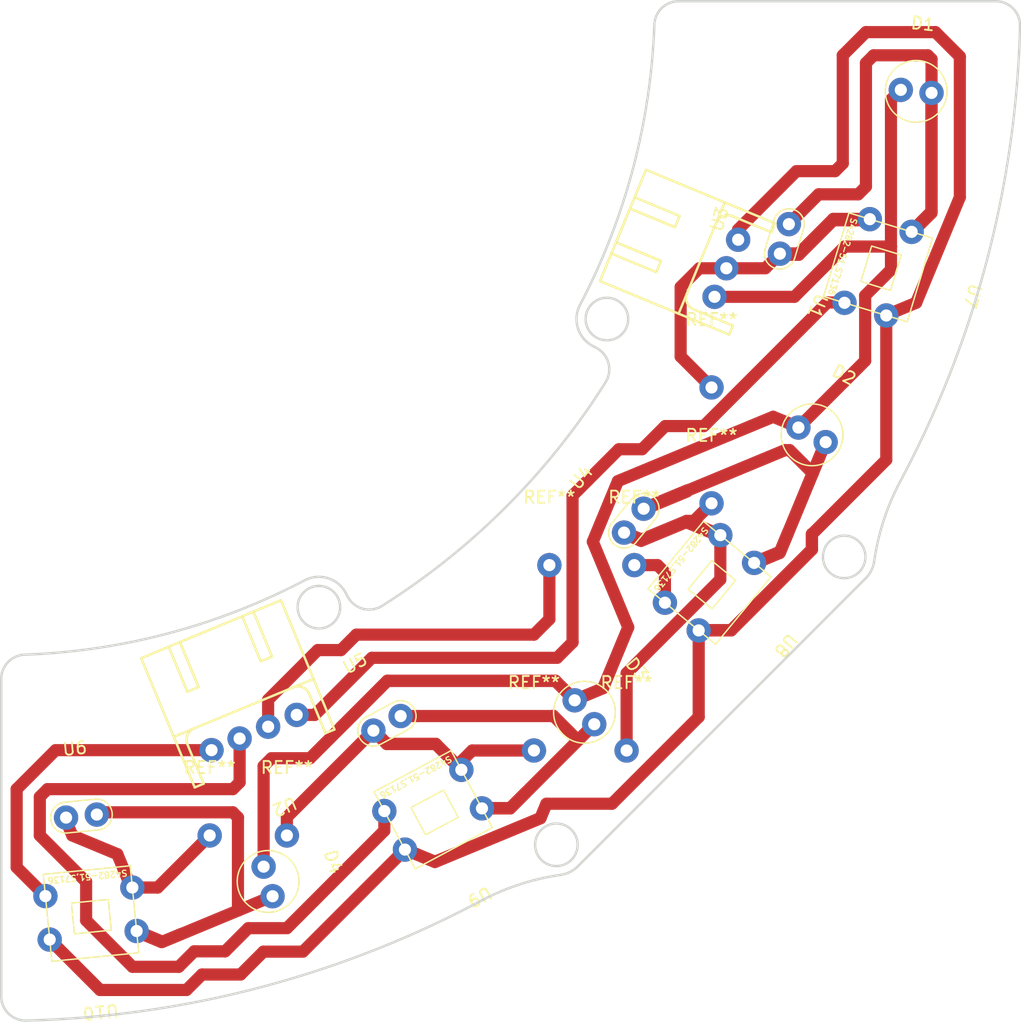
<source format=kicad_pcb>
(kicad_pcb (version 20211014) (generator pcbnew)
  (layers (0 "F.Cu" signal) (31 "B.Cu" signal) (34 "B.Paste" user) (35 "F.Paste" user) (36 "B.SilkS" user "B.Silkscreen") (37 "F.SilkS" user "F.Silkscreen") (38 "B.Mask" user) (39 "F.Mask" user) (44 "Edge.Cuts" user))
  (net 0 "")
  (net 1 "LINE_LED")
  (net 2 "Net-(D1-Pad2)")
  (net 3 "Net-(D2-Pad2)")
  (net 4 "Net-(D3-Pad2)")
  (net 5 "Net-(D4-Pad2)")
  (net 6 "GND")
  (net 7 "+3V3")
  (net 8 "S0")
  (net 9 "S1")
  (net 10 "S2")
  (net 11 "S3")
  (footprint "自分のフットプリント:セラミックコンデンサー" (layer "F.Cu") (at 59.550397 18.064416 73.125)
    (fp_text reference "U3" (at 0 -0.5 73.125 unlocked) (layer "F.SilkS"))
    (fp_text value "セラミックコンデンサー")
    (fp_line (start -1.27 3.81) (end 1.27 3.81) (layer "F.SilkS") (width 0.12))
    (fp_line (start -1.27 6.35) (end 1.27 6.35) (layer "F.SilkS") (width 0.12))
    (fp_arc (start -1.27 6.35) (mid -2.54 5.08) (end -1.27 3.81) (layer "F.SilkS") (width 0.12))
    (fp_arc (start 1.27 3.81) (mid 2.54 5.079999) (end 1.27 6.35) (layer "F.SilkS") (width 0.12))
    (pad "1" thru_hole circle (at -1.27 5.08 73.125) (size 2 2) (drill 1) (layers *.Cu *.Mask) (net 7 "+3V3"))
    (pad "2" thru_hole circle (at 1.27 5.08 73.125) (size 2 2) (drill 1) (layers *.Cu *.Mask) (net 2 "Net-(D1-Pad2)"))
  )
  (footprint "自分のフットプリント:ジャンパ線" (layer "F.Cu") (at 23.495 63.5)
    (fp_text reference "REF**" (at 0 -0.5 unlocked) (layer "F.SilkS"))
    (fp_text value "ジャンパ線")
    (pad "1" thru_hole circle (at 0 5.08) (size 2 2) (drill 1) (layers *.Cu *.Mask))
  )
  (footprint "自分のフットプリント:LED" (layer "F.Cu") (at 51.896574 55.228507 -50.625)
    (fp_text reference "D3" (at 0 -0.5 -50.625 unlocked) (layer "F.SilkS"))
    (fp_text value "LED")
    (fp_circle (center 0 5.08) (end 0 2.54) (layer "F.SilkS") (width 0.12) (fill none))
    (pad "1" thru_hole circle (at -1.27 5.08 309.375) (size 2 2) (drill 1) (layers *.Cu *.Mask) (net 1 "LINE_LED"))
    (pad "2" thru_hole circle (at 1.27 5.08 309.375) (size 2 2) (drill 1) (layers *.Cu *.Mask) (net 4 "Net-(D3-Pad2)"))
  )
  (footprint "自分のフットプリント:セラミックコンデンサー" (layer "F.Cu") (at 48.10444 39.478294 50.625)
    (fp_text reference "U4" (at 0 -0.5 50.625 unlocked) (layer "F.SilkS"))
    (fp_text value "セラミックコンデンサー")
    (fp_line (start -1.27 6.35) (end 1.27 6.35) (layer "F.SilkS") (width 0.12))
    (fp_line (start -1.27 3.81) (end 1.27 3.81) (layer "F.SilkS") (width 0.12))
    (fp_arc (start 1.27 3.81) (mid 2.54 5.08) (end 1.27 6.35) (layer "F.SilkS") (width 0.12))
    (fp_arc (start -1.27 6.35) (mid -2.54 5.080001) (end -1.27 3.81) (layer "F.SilkS") (width 0.12))
    (pad "1" thru_hole circle (at -1.27 5.08 50.625) (size 2 2) (drill 1) (layers *.Cu *.Mask) (net 7 "+3V3"))
    (pad "2" thru_hole circle (at 1.27 5.08 50.625) (size 2 2) (drill 1) (layers *.Cu *.Mask) (net 3 "Net-(D2-Pad2)"))
  )
  (footprint "自分のフットプリント:L字コネクター3ピン" (layer "F.Cu") (at 66.678328 24.869792 -112.5)
    (fp_text reference "U1" (at 0 -0.5 -112.5 unlocked) (layer "F.SilkS"))
    (fp_text value "コネクター3ピン")
    (fp_line (start -4.15 5.319999) (end -4.95 5.319999) (layer "F.SilkS") (width 0.2))
    (fp_line (start -2.5 12.82) (end -2.5 16.82) (layer "F.SilkS") (width 0.2))
    (fp_line (start 4.15 5.32) (end 4.95 5.32) (layer "F.SilkS") (width 0.2))
    (fp_line (start 4.15 9.82) (end 3.15 9.82) (layer "F.SilkS") (width 0.2))
    (fp_line (start 1.5 12.82) (end 2.5 12.82) (layer "F.SilkS") (width 0.2))
    (fp_line (start -4.95 16.82) (end -2.5 16.82) (layer "F.SilkS") (width 0.2))
    (fp_line (start -4.15 8.82) (end -4.15 5.319999) (layer "F.SilkS") (width 0.2))
    (fp_line (start 2.5 12.82) (end 2.5 16.82) (layer "F.SilkS") (width 0.2))
    (fp_line (start -1.5 16.82) (end 1.5 16.82) (layer "F.SilkS") (width 0.2))
    (fp_line (start 4.95 9.82) (end 4.15 9.82) (layer "F.SilkS") (width 0.2))
    (fp_line (start 4.95 5.32) (end 4.95 9.82) (layer "F.SilkS") (width 0.2))
    (fp_line (start -4.95 9.82) (end -4.95 16.82) (layer "F.SilkS") (width 0.2))
    (fp_line (start 4.95 16.82) (end 4.95 9.82) (layer "F.SilkS") (width 0.2))
    (fp_line (start 4.15 8.82) (end 4.15 5.32) (layer "F.SilkS") (width 0.2))
    (fp_line (start 1.5 16.82) (end 1.5 12.82) (layer "F.SilkS") (width 0.2))
    (fp_line (start -4.95 5.319999) (end -4.95 9.82) (layer "F.SilkS") (width 0.2))
    (fp_line (start 2.5 16.82) (end 4.95 16.82) (layer "F.SilkS") (width 0.2))
    (fp_line (start -1.5 16.82) (end 1.5 16.82) (layer "F.SilkS") (width 0.2))
    (fp_line (start -4.95 9.82) (end -3.15 9.82) (layer "F.SilkS") (width 0.2))
    (fp_line (start -1.5 16.82) (end -1.5 12.82) (layer "F.SilkS") (width 0.2))
    (fp_line (start -2.5 16.82) (end -1.5 16.82) (layer "F.SilkS") (width 0.2))
    (fp_line (start -1.5 16.82) (end -1.5 12.82) (layer "F.SilkS") (width 0.2))
    (fp_line (start 1.5 16.82) (end 1.5 12.82) (layer "F.SilkS") (width 0.2))
    (fp_line (start 2.5 16.82) (end 1.5 16.82) (layer "F.SilkS") (width 0.2))
    (fp_line (start -1.5 12.82) (end -2.5 12.82) (layer "F.SilkS") (width 0.2))
    (fp_line (start 3.15 9.82) (end -3.15 9.82) (layer "F.SilkS") (width 0.2))
    (fp_arc (start -3.15 9.82) (mid -3.857107 9.527107) (end -4.15 8.82) (layer "F.SilkS") (width 0.2))
    (fp_arc (start 4.15 8.82) (mid 3.857107 9.527107) (end 3.15 9.82) (layer "F.SilkS") (width 0.2))
    (pad "1" thru_hole circle (at -2.54 7.62 67.5) (size 2 2) (drill 1) (layers *.Cu *.Mask) (net 6 "GND"))
    (pad "2" thru_hole circle (at 0 7.62 67.5) (size 2 2) (drill 1) (layers *.Cu *.Mask) (net 7 "+3V3"))
    (pad "3" thru_hole circle (at 2.54 7.62 67.5) (size 2 2) (drill 1) (layers *.Cu *.Mask) (net 1 "LINE_LED"))
  )
  (footprint "自分のフットプリント:S4282-51,S7136" (layer "F.Cu") (at 64.145221 52.642622 -129.375)
    (fp_text reference "U8" (at 0 -0.5 -129.375 unlocked) (layer "F.SilkS"))
    (fp_text value "S1")
    (fp_text user "S4282-51,S7136" (at 0 10.668 -129.375 unlocked) (layer "F.SilkS") (effects (font (size 0.5 0.5) (thickness 0.1))))
    (fp_line (start -3.592102 4.027898) (end 3.592102 4.027898) (layer "F.SilkS") (width 0.12))
    (fp_line (start 3.592102 4.027898) (end 3.592102 11.212102) (layer "F.SilkS") (width 0.12))
    (fp_line (start 3.592102 11.212102) (end -3.592102 11.212102) (layer "F.SilkS") (width 0.12))
    (fp_line (start -3.592102 11.212102) (end -3.592102 4.027898) (layer "F.SilkS") (width 0.12))
    (fp_rect (start -1.524 6.096) (end 1.524 8.636) (layer "F.SilkS") (width 0.12) (fill none))
    (pad "1" thru_hole circle (at -3.592102 5.823949 275.625) (size 2 2) (drill 1) (layers *.Cu *.Mask) (net 3 "Net-(D2-Pad2)"))
    (pad "2" thru_hole circle (at -3.592102 9.416051 275.625) (size 2 2) (drill 1) (layers *.Cu *.Mask) (net 7 "+3V3"))
    (pad "3" thru_hole circle (at 3.592102 9.416051 275.625) (size 2 2) (drill 1) (layers *.Cu *.Mask) (net 9 "S1"))
    (pad "4" thru_hole circle (at 3.592102 5.823949 275.625) (size 2 2) (drill 1) (layers *.Cu *.Mask) (net 6 "GND"))
  )
  (footprint "自分のフットプリント:LED" (layer "F.Cu") (at 26.811147 70.884446 -73.125)
    (fp_text reference "D4" (at 0 -0.5 -73.125 unlocked) (layer "F.SilkS"))
    (fp_text value "LED")
    (fp_circle (center 0 5.08) (end 0 2.54) (layer "F.SilkS") (width 0.12) (fill none))
    (pad "1" thru_hole circle (at -1.27 5.08 286.875) (size 2 2) (drill 1) (layers *.Cu *.Mask) (net 1 "LINE_LED"))
    (pad "2" thru_hole circle (at 1.27 5.08 286.875) (size 2 2) (drill 1) (layers *.Cu *.Mask) (net 5 "Net-(D4-Pad2)"))
  )
  (footprint "自分のフットプリント:ジャンパ線" (layer "F.Cu") (at 58.42 36.195)
    (fp_text reference "REF**" (at 0 -0.5 unlocked) (layer "F.SilkS"))
    (fp_text value "ジャンパ線")
    (pad "1" thru_hole circle (at 0 5.08) (size 2 2) (drill 1) (layers F&B.Cu *.Mask))
  )
  (footprint "自分のフットプリント:S4282-51,S7136" (layer "F.Cu") (at 39.116997 73.182753 -151.875)
    (fp_text reference "U9" (at 0 -0.5 -151.875 unlocked) (layer "F.SilkS"))
    (fp_text value "S2")
    (fp_text user "S4282-51,S7136" (at 0 10.668 -151.875 unlocked) (layer "F.SilkS") (effects (font (size 0.5 0.5) (thickness 0.1))))
    (fp_line (start -3.592102 11.212102) (end -3.592102 4.027898) (layer "F.SilkS") (width 0.12))
    (fp_line (start 3.592102 4.027898) (end 3.592102 11.212102) (layer "F.SilkS") (width 0.12))
    (fp_line (start -3.592102 4.027898) (end 3.592102 4.027898) (layer "F.SilkS") (width 0.12))
    (fp_line (start 3.592102 11.212102) (end -3.592102 11.212102) (layer "F.SilkS") (width 0.12))
    (fp_rect (start -1.524 6.096) (end 1.524 8.636) (layer "F.SilkS") (width 0.12) (fill none))
    (pad "1" thru_hole circle (at -3.592102 5.823949 253.125) (size 2 2) (drill 1) (layers *.Cu *.Mask) (net 4 "Net-(D3-Pad2)"))
    (pad "2" thru_hole circle (at -3.592102 9.416051 253.125) (size 2 2) (drill 1) (layers *.Cu *.Mask) (net 7 "+3V3"))
    (pad "3" thru_hole circle (at 3.592102 9.416051 253.125) (size 2 2) (drill 1) (layers *.Cu *.Mask) (net 10 "S2"))
    (pad "4" thru_hole circle (at 3.592102 5.823949 253.125) (size 2 2) (drill 1) (layers *.Cu *.Mask) (net 6 "GND"))
  )
  (footprint "自分のフットプリント:LED" (layer "F.Cu") (at 69.081217 31.164528 -28.125)
    (fp_text reference "D2" (at 0 -0.5 -28.125 unlocked) (layer "F.SilkS"))
    (fp_text value "LED")
    (fp_circle (center 0 5.08) (end 0 2.54) (layer "F.SilkS") (width 0.12) (fill none))
    (pad "1" thru_hole circle (at -1.27 5.08 331.875) (size 2 2) (drill 1) (layers *.Cu *.Mask) (net 1 "LINE_LED"))
    (pad "2" thru_hole circle (at 1.27 5.08 331.875) (size 2 2) (drill 1) (layers *.Cu *.Mask) (net 3 "Net-(D2-Pad2)"))
  )
  (footprint "自分のフットプリント:S4282-51,S7136" (layer "F.Cu") (at 8.133564 82.581475 -174.375)
    (fp_text reference "U10" (at 0 -0.5 -174.375 unlocked) (layer "F.SilkS"))
    (fp_text value "S3")
    (fp_text user "S4282-51,S7136" (at 0 10.668 -174.375 unlocked) (layer "F.SilkS") (effects (font (size 0.5 0.5) (thickness 0.1))))
    (fp_line (start -3.592102 4.027898) (end 3.592102 4.027898) (layer "F.SilkS") (width 0.12))
    (fp_line (start -3.592102 11.212102) (end -3.592102 4.027898) (layer "F.SilkS") (width 0.12))
    (fp_line (start 3.592102 11.212102) (end -3.592102 11.212102) (layer "F.SilkS") (width 0.12))
    (fp_line (start 3.592102 4.027898) (end 3.592102 11.212102) (layer "F.SilkS") (width 0.12))
    (fp_rect (start -1.524 6.096) (end 1.524 8.636) (layer "F.SilkS") (width 0.12) (fill none))
    (pad "1" thru_hole circle (at -3.592102 5.823949 230.625) (size 2 2) (drill 1) (layers *.Cu *.Mask) (net 5 "Net-(D4-Pad2)"))
    (pad "2" thru_hole circle (at -3.592102 9.416051 230.625) (size 2 2) (drill 1) (layers *.Cu *.Mask) (net 7 "+3V3"))
    (pad "3" thru_hole circle (at 3.592102 9.416051 230.625) (size 2 2) (drill 1) (layers *.Cu *.Mask) (net 11 "S3"))
    (pad "4" thru_hole circle (at 3.592102 5.823949 230.625) (size 2 2) (drill 1) (layers *.Cu *.Mask) (net 6 "GND"))
  )
  (footprint "自分のフットプリント:セラミックコンデンサー" (layer "F.Cu") (at 6.099607 61.930346 5.625)
    (fp_text reference "U6" (at 0 -0.5 5.625 unlocked) (layer "F.SilkS"))
    (fp_text value "セラミックコンデンサー")
    (fp_line (start -1.27 3.81) (end 1.27 3.81) (layer "F.SilkS") (width 0.12))
    (fp_line (start -1.27 6.35) (end 1.27 6.35) (layer "F.SilkS") (width 0.12))
    (fp_arc (start -1.27 6.35) (mid -2.54 5.08) (end -1.27 3.81) (layer "F.SilkS") (width 0.12))
    (fp_arc (start 1.27 3.81) (mid 2.54 5.08) (end 1.27 6.35) (layer "F.SilkS") (width 0.12))
    (pad "1" thru_hole circle (at -1.27 5.08 5.625) (size 2 2) (drill 1) (layers *.Cu *.Mask) (net 7 "+3V3"))
    (pad "2" thru_hole circle (at 1.27 5.08 5.625) (size 2 2) (drill 1) (layers *.Cu *.Mask) (net 5 "Net-(D4-Pad2)"))
  )
  (footprint "自分のフットプリント:ジャンパ線" (layer "F.Cu") (at 51.435 56.515)
    (fp_text reference "REF**" (at 0 -0.5 unlocked) (layer "F.SilkS"))
    (fp_text value "ジャンパ線")
    (pad "1" thru_hole circle (at 0 5.08) (size 2 2) (drill 1) (layers F&B.Cu *.Mask))
  )
  (footprint "自分のフットプリント:ジャンパ線" (layer "F.Cu") (at 58.42 26.67)
    (fp_text reference "REF**" (at 0 -0.5 unlocked) (layer "F.SilkS"))
    (fp_text value "ジャンパ線")
    (pad "1" thru_hole circle (at 0 5.08) (size 2 2) (drill 1) (layers F&B.Cu *.Mask))
  )
  (footprint "自分のフットプリント:L字コネクター4ピン" (layer "F.Cu") (at 23.696465 67.164336 -157.5)
    (fp_text reference "U2" (at 0 1.04 -157.5 unlocked) (layer "F.SilkS"))
    (fp_text value "コネクター4ピン")
    (fp_line (start -2.77 16.82) (end -2.77 12.82) (layer "F.SilkS") (width 0.2))
    (fp_line (start -5.42 5.32) (end -5.42 8.82) (layer "F.SilkS") (width 0.2))
    (fp_line (start 3.77 12.82) (end 3.77 16.82) (layer "F.SilkS") (width 0.2))
    (fp_line (start 2.77 16.82) (end -0.23 16.82) (layer "F.SilkS") (width 0.2))
    (fp_line (start -3.68 9.82) (end -1.88 9.82) (layer "F.SilkS") (width 0.2))
    (fp_line (start -0.23 16.82) (end 2.77 16.82) (layer "F.SilkS") (width 0.2))
    (fp_line (start 3.77 16.82) (end 2.77 16.82) (layer "F.SilkS") (width 0.2))
    (fp_line (start 6.22 16.82) (end 3.77 16.82) (layer "F.SilkS") (width 0.2))
    (fp_line (start 2.77 12.82) (end 2.77 16.82) (layer "F.SilkS") (width 0.2))
    (fp_line (start 6.22 9.82) (end 6.22 16.82) (layer "F.SilkS") (width 0.2))
    (fp_line (start 5.42 8.82) (end 5.42 5.32) (layer "F.SilkS") (width 0.2))
    (fp_line (start -1.23 16.82) (end -3.68 16.82) (layer "F.SilkS") (width 0.2))
    (fp_line (start -0.23 16.82) (end -1.23 16.82) (layer "F.SilkS") (width 0.2))
    (fp_line (start 5.42 9.82) (end 6.22 9.82) (layer "F.SilkS") (width 0.2))
    (fp_line (start 5.42 5.32) (end 6.22 5.32) (layer "F.SilkS") (width 0.2))
    (fp_line (start -6.22 5.32) (end -5.42 5.32) (layer "F.SilkS") (width 0.2))
    (fp_line (start 6.22 5.32) (end 6.22 9.82) (layer "F.SilkS") (width 0.2))
    (fp_line (start -1.88 9.82) (end 4.42 9.82) (layer "F.SilkS") (width 0.2))
    (fp_line (start -6.22 16.82) (end -6.22 9.82) (layer "F.SilkS") (width 0.2))
    (fp_line (start -3.68 16.82) (end -6.22 16.82) (layer "F.SilkS") (width 0.2))
    (fp_line (start 4.42 9.82) (end 5.42 9.82) (layer "F.SilkS") (width 0.2))
    (fp_line (start 2.77 16.82) (end 2.77 12.82) (layer "F.SilkS") (width 0.2))
    (fp_line (start -2.77 12.82) (end -3.77 12.82) (layer "F.SilkS") (width 0.2))
    (fp_line (start -6.22 9.82) (end -6.22 5.32) (layer "F.SilkS") (width 0.2))
    (fp_line (start -6.22 9.82) (end -3.68 9.82) (layer "F.SilkS") (width 0.2))
    (fp_line (start 2.77 12.82) (end 3.77 12.82) (layer "F.SilkS") (width 0.2))
    (fp_line (start -3.77 12.82) (end -3.77 16.82) (layer "F.SilkS") (width 0.2))
    (fp_arc (start -4.42 9.82) (mid -5.127107 9.527107) (end -5.42 8.82) (layer "F.SilkS") (width 0.2))
    (fp_arc (start 5.42 8.82) (mid 5.127107 9.527107) (end 4.42 9.82) (layer "F.SilkS") (width 0.2))
    (pad "1" thru_hole circle (at -3.81 7.62 22.5) (size 2 2) (drill 1) (layers *.Mask "F.Cu" "In1.Cu" "B.Cu") (net 8 "S0"))
    (pad "2" thru_hole circle (at -1.27 7.62 22.5) (size 2 2) (drill 1) (layers *.Mask "F.Cu" "In1.Cu" "B.Cu") (net 9 "S1"))
    (pad "3" thru_hole circle (at 1.27 7.62 22.5) (size 2 2) (drill 1) (layers *.Mask "F.Cu" "In1.Cu" "B.Cu") (net 10 "S2"))
    (pad "4" thru_hole circle (at 3.77 7.62 22.5) (size 2 2) (drill 1) (layers *.Cu *.Mask) (net 11 "S3"))
  )
  (footprint "自分のフットプリント:ジャンパ線" (layer "F.Cu") (at 52.07 41.275)
    (fp_text reference "REF**" (at 0 -0.5 unlocked) (layer "F.SilkS"))
    (fp_text value "ジャンパ線")
    (pad "1" thru_hole circle (at 0 5.08) (size 2 2) (drill 1) (layers F&B.Cu *.Mask))
  )
  (footprint "自分のフットプリント:S4282-51,S7136" (layer "F.Cu") (at 79.407914 24.088128 -106.875)
    (fp_text reference "U7" (at 0 -0.5 -106.875 unlocked) (layer "F.SilkS"))
    (fp_text value "S0")
    (fp_text user "S4282-51,S7136" (at 0 10.668 -106.875 unlocked) (layer "F.SilkS") (effects (font (size 0.5 0.5) (thickness 0.1))))
    (fp_line (start 3.592102 4.027898) (end 3.592102 11.212102) (layer "F.SilkS") (width 0.12))
    (fp_line (start 3.592102 11.212102) (end -3.592102 11.212102) (layer "F.SilkS") (width 0.12))
    (fp_line (start -3.592102 11.212102) (end -3.592102 4.027898) (layer "F.SilkS") (width 0.12))
    (fp_line (start -3.592102 4.027898) (end 3.592102 4.027898) (layer "F.SilkS") (width 0.12))
    (fp_rect (start -1.524 6.096) (end 1.524 8.636) (layer "F.SilkS") (width 0.12) (fill none))
    (pad "1" thru_hole circle (at -3.592102 5.823949 298.125) (size 2 2) (drill 1) (layers *.Cu *.Mask) (net 2 "Net-(D1-Pad2)"))
    (pad "2" thru_hole circle (at -3.592102 9.416051 298.125) (size 2 2) (drill 1) (layers *.Cu *.Mask) (net 7 "+3V3"))
    (pad "3" thru_hole circle (at 3.592102 9.416051 298.125) (size 2 2) (drill 1) (layers *.Cu *.Mask) (net 8 "S0"))
    (pad "4" thru_hole circle (at 3.592102 5.823949 298.125) (size 2 2) (drill 1) (layers *.Cu *.Mask) (net 6 "GND"))
  )
  (footprint "自分のフットプリント:ジャンパ線" (layer "F.Cu") (at 17.145 63.5)
    (fp_text reference "REF**" (at 0 -0.5 unlocked) (layer "F.SilkS"))
    (fp_text value "ジャンパ線")
    (pad "1" thru_hole circle (at 0 5.08) (size 2 2) (drill 1) (layers F&B.Cu *.Mask))
  )
  (footprint "自分のフットプリント:LED" (layer "F.Cu") (at 75.748871 2.356033 -5.625)
    (fp_text reference "D1" (at 0 -0.5 -5.625 unlocked) (layer "F.SilkS"))
    (fp_text value "LED")
    (fp_circle (center 0 5.08) (end 0 2.54) (layer "F.SilkS") (width 0.12) (fill none))
    (pad "1" thru_hole circle (at -1.27 5.08 354.375) (size 2 2) (drill 1) (layers *.Cu *.Mask) (net 1 "LINE_LED"))
    (pad "2" thru_hole circle (at 1.27 5.08 354.375) (size 2 2) (drill 1) (layers *.Cu *.Mask) (net 2 "Net-(D1-Pad2)"))
  )
  (footprint "自分のフットプリント:ジャンパ線" (layer "F.Cu") (at 45.085 41.275)
    (fp_text reference "REF**" (at 0 -0.5 unlocked) (layer "F.SilkS"))
    (fp_text value "ジャンパ線")
    (pad "1" thru_hole circle (at 0 5.08) (size 2 2) (drill 1) (layers F&B.Cu *.Mask))
  )
  (footprint "自分のフットプリント:セラミックコンデンサー" (layer "F.Cu") (at 29.335019 54.88196 28.125)
    (fp_text reference "U5" (at 0 -0.5 28.125 unlocked) (layer "F.SilkS"))
    (fp_text value "セラミックコンデンサー")
    (fp_line (start -1.27 3.81) (end 1.27 3.81) (layer "F.SilkS") (width 0.12))
    (fp_line (start -1.27 6.35) (end 1.27 6.35) (layer "F.SilkS") (width 0.12))
    (fp_arc (start -1.27 6.35) (mid -2.54 5.08) (end -1.27 3.81) (layer "F.SilkS") (width 0.12))
    (fp_arc (start 1.27 3.81) (mid 2.54 5.08) (end 1.27 6.35) (layer "F.SilkS") (width 0.12))
    (pad "1" thru_hole circle (at -1.27 5.08 28.125) (size 2 2) (drill 1) (layers *.Cu *.Mask) (net 7 "+3V3"))
    (pad "2" thru_hole circle (at 1.27 5.08 28.125) (size 2 2) (drill 1) (layers *.Cu *.Mask) (net 4 "Net-(D3-Pad2)"))
  )
  (footprint "自分のフットプリント:ジャンパ線" (layer "F.Cu") (at 43.815 56.515)
    (fp_text reference "REF**" (at 0 -0.5 unlocked) (layer "F.SilkS"))
    (fp_text value "ジャンパ線")
    (pad "1" thru_hole circle (at 0 5.08) (size 2 2) (drill 1) (layers F&B.Cu *.Mask))
  )
  (gr_line (start 81.795042 0) (end 55.71561 0) (layer "Edge.Cuts") (width 0.2))
  (gr_arc (start 71.800074 46.033875) (mid 71.56171 46.796145) (end 71.094651 47.444007) (layer "Edge.Cuts") (width 0.2))
  (gr_line (start 28.490653 48.938885) (end 28.341413 48.65434) (layer "Edge.Cuts") (width 0.2))
  (gr_arc (start 81.795042 0) (mid 83.226408 0.603193) (end 83.794444 2.048888) (layer "Edge.Cuts") (width 0.2))
  (gr_arc (start 48.938885 28.490653) (mid 49.94133 29.742509) (end 49.701869 31.328293) (layer "Edge.Cuts") (width 0.2))
  (gr_circle (center 69.330736 45.680092) (end 71.080736 45.680092) (layer "Edge.Cuts") (width 0.2) (fill none))
  (gr_arc (start 53.716898 1.928253) (mid 54.326996 0.560648) (end 55.71561 0) (layer "Edge.Cuts") (width 0.2))
  (gr_arc (start 48.65434 28.341413) (mid 47.428937 26.871875) (end 47.601565 24.966263) (layer "Edge.Cuts") (width 0.2))
  (gr_arc (start 47.425291 71.113368) (mid 46.774902 71.582004) (end 46.009622 71.820682) (layer "Edge.Cuts") (width 0.2))
  (gr_line (start 48.65434 28.341413) (end 48.938885 28.490653) (layer "Edge.Cuts") (width 0.2))
  (gr_line (start 0 55.71561) (end 0 81.795042) (layer "Edge.Cuts") (width 0.2))
  (gr_circle (center 49.815528 26.127451) (end 51.565528 26.127451) (layer "Edge.Cuts") (width 0.2) (fill none))
  (gr_arc (start 0 55.71561) (mid 0.560644 54.326995) (end 1.928253 53.716898) (layer "Edge.Cuts") (width 0.2))
  (gr_arc (start 2.048888 83.794444) (mid 0.603178 83.226436) (end 0 81.795042) (layer "Edge.Cuts") (width 0.2))
  (gr_arc (start 71.800074 46.033875) (mid 72.589474 42.651047) (end 73.952306 39.455838) (layer "Edge.Cuts") (width 0.2))
  (gr_arc (start 39.420387 73.97121) (mid 42.621132 72.60832) (end 46.009622 71.820682) (layer "Edge.Cuts") (width 0.2))
  (gr_arc (start 83.794444 2.048888) (mid 81.060652 21.327857) (end 73.952306 39.455838) (layer "Edge.Cuts") (width 0.2))
  (gr_arc (start 39.420387 73.97121) (mid 21.30843 81.065761) (end 2.048888 83.794444) (layer "Edge.Cuts") (width 0.2))
  (gr_line (start 47.425291 71.113368) (end 71.094651 47.444007) (layer "Edge.Cuts") (width 0.2))
  (gr_circle (center 45.657524 69.345601) (end 47.407524 69.345601) (layer "Edge.Cuts") (width 0.2) (fill none))
  (gr_arc (start 53.716898 1.928253) (mid 51.952336 13.790507) (end 47.601565 24.966263) (layer "Edge.Cuts") (width 0.2))
  (gr_arc (start 24.966263 47.601565) (mid 13.790507 51.952336) (end 1.928253 53.716898) (layer "Edge.Cuts") (width 0.2))
  (gr_circle (center 26.127451 49.815528) (end 27.877451 49.815528) (layer "Edge.Cuts") (width 0.2) (fill none))
  (gr_arc (start 31.328293 49.701869) (mid 29.742496 49.941348) (end 28.490653 48.938885) (layer "Edge.Cuts") (width 0.2))
  (gr_arc (start 49.701869 31.328293) (mid 41.543578 41.543578) (end 31.328293 49.701869) (layer "Edge.Cuts") (width 0.2))
  (gr_arc (start 24.966263 47.601565) (mid 26.871875 47.428937) (end 28.341413 48.65434) (layer "Edge.Cuts") (width 0.2))
  (segment (start 48.654572 44.42887) (end 51.57062 51.468832) (width 1) (layer "F.Cu") (net 1))
  (segment (start 73.987059 7.28709) (end 73.177474 8.096675) (width 1) (layer "F.Cu") (net 1))
  (segment (start 31.758771 55.856222) (end 27.948771 59.666222) (width 1) (layer "F.Cu") (net 1))
  (segment (start 65.565485 35.02069) (end 63.488701 34.160458) (width 1) (layer "F.Cu") (net 1))
  (segment (start 51.57062 51.468832) (end 49.495794 56.477904) (width 1) (layer "F.Cu") (net 1))
  (segment (start 31.75 55.88) (end 25.4 62.23) (width 1) (layer "F.Cu") (net 1))
  (segment (start 65.234602 24.300398) (end 69.367474 20.167526) (width 1) (layer "F.Cu") (net 1))
  (segment (start 50.716529 39.450865) (end 48.654572 44.42887) (width 1) (layer "F.Cu") (net 1))
  (segment (start 22.225 62.23) (end 21.581229 62.873771) (width 1) (layer "F.Cu") (net 1))
  (segment (start 71.054583 24.195417) (end 71.054583 29.557913) (width 1) (layer "F.Cu") (net 1))
  (segment (start 45.58327 55.856222) (end 31.758771 55.856222) (width 1) (layer "F.Cu") (net 1))
  (segment (start 73.177474 22.072526) (end 71.054583 24.195417) (width 1) (layer "F.Cu") (net 1))
  (segment (start 45.574499 55.88) (end 31.75 55.88) (width 1) (layer "F.Cu") (net 1))
  (segment (start 71.054583 29.557913) (end 65.566482 35.046014) (width 1) (layer "F.Cu") (net 1))
  (segment (start 47.172772 57.445724) (end 45.58327 55.856222) (width 1) (layer "F.Cu") (net 1))
  (segment (start 73.177474 20.167526) (end 73.177474 22.072526) (width 1) (layer "F.Cu") (net 1))
  (segment (start 49.495794 56.477904) (end 47.163005 57.444177) (width 1) (layer "F.Cu") (net 1))
  (segment (start 73.177474 8.096675) (end 73.177474 20.167526) (width 1) (layer "F.Cu") (net 1))
  (segment (start 69.367474 20.167526) (end 73.177474 20.167526) (width 1) (layer "F.Cu") (net 1))
  (segment (start 63.488701 34.160458) (end 50.716529 39.450865) (width 1) (layer "F.Cu") (net 1))
  (segment (start 21.581229 62.873771) (end 21.581229 71.143778) (width 1) (layer "F.Cu") (net 1))
  (segment (start 58.66635 24.300398) (end 65.234602 24.300398) (width 1) (layer "F.Cu") (net 1))
  (segment (start 25.4 62.23) (end 22.225 62.23) (width 1) (layer "F.Cu") (net 1))
  (segment (start 47.164001 57.469502) (end 45.574499 55.88) (width 1) (layer "F.Cu") (net 1))
  (segment (start 76.514829 4.759829) (end 76.2 4.445) (width 1) (layer "F.Cu") (net 2))
  (segment (start 76.504514 17.413995) (end 74.867159 19.05135) (width 1) (layer "F.Cu") (net 2))
  (segment (start 76.504217 17.299727) (end 74.866862 18.937082) (width 1) (layer "F.Cu") (net 2))
  (segment (start 76.2 4.445) (end 71.755 4.445) (width 1) (layer "F.Cu") (net 2))
  (segment (start 76.514829 7.536053) (end 76.514829 4.759829) (width 1) (layer "F.Cu") (net 2))
  (segment (start 70.485 15.875) (end 67.229063 15.875) (width 1) (layer "F.Cu") (net 2))
  (segment (start 76.504218 7.513038) (end 76.504217 17.299727) (width 1) (layer "F.Cu") (net 2))
  (segment (start 76.504514 15.651423) (end 76.504514 17.413995) (width 1) (layer "F.Cu") (net 2))
  (segment (start 71.12 5.08) (end 71.12 15.24) (width 1) (layer "F.Cu") (net 2))
  (segment (start 76.504217 17.299727) (end 74.866862 18.937082) (width 1) (layer "F.Cu") (net 2))
  (segment (start 67.229063 15.875) (end 64.780315 18.323748) (width 1) (layer "F.Cu") (net 2))
  (segment (start 76.504218 15.537155) (end 76.504217 17.299727) (width 1) (layer "F.Cu") (net 2))
  (segment (start 71.755 4.445) (end 71.12 5.08) (width 1) (layer "F.Cu") (net 2))
  (segment (start 76.514829 7.536053) (end 76.514829 15.560171) (width 1) (layer "F.Cu") (net 2))
  (segment (start 71.12 15.24) (end 70.485 15.875) (width 1) (layer "F.Cu") (net 2))
  (segment (start 64.734869 43.631356) (end 64.060361 45.25976) (width 1) (layer "F.Cu") (net 3))
  (segment (start 64.061358 45.285085) (end 61.92205 46.171215) (width 1) (layer "F.Cu") (net 3))
  (segment (start 52.836016 41.693964) (end 56.446804 40.198327) (width 1) (layer "F.Cu") (net 3))
  (segment (start 64.060361 45.25976) (end 61.921054 46.14589) (width 1) (layer "F.Cu") (net 3))
  (segment (start 64.458209 36.905631) (end 64.845631 36.905631) (width 1) (layer "F.Cu") (net 3))
  (segment (start 67.806562 36.243363) (end 66.745352 38.805352) (width 1) (layer "F.Cu") (net 3))
  (segment (start 52.837013 41.719288) (end 64.458209 36.905631) (width 1) (layer "F.Cu") (net 3))
  (segment (start 67.805566 36.218038) (end 64.060361 45.25976) (width 1) (layer "F.Cu") (net 3))
  (segment (start 64.060361 45.25976) (end 61.921054 46.14589) (width 1) (layer "F.Cu") (net 3))
  (segment (start 64.016907 45.365444) (end 61.8776 46.251574) (width 1) (layer "F.Cu") (net 3))
  (segment (start 52.792562 41.799648) (end 56.403349 40.30401) (width 1) (layer "F.Cu") (net 3))
  (segment (start 66.745352 38.805352) (end 64.061358 45.285085) (width 1) (layer "F.Cu") (net 3))
  (segment (start 64.845631 36.905631) (end 66.745352 38.805352) (width 1) (layer "F.Cu") (net 3))
  (segment (start 64.691414 43.737039) (end 64.016907 45.365444) (width 1) (layer "F.Cu") (net 3))
  (segment (start 41.863896 66.329405) (end 39.548327 66.329405) (width 1) (layer "F.Cu") (net 4))
  (segment (start 41.855125 66.353183) (end 39.539556 66.353183) (width 1) (layer "F.Cu") (net 4))
  (segment (start 48.784131 59.409171) (end 41.863896 66.329405) (width 1) (layer "F.Cu") (net 4))
  (segment (start 45.38089 58.763446) (end 45.404668 58.739668) (width 1) (layer "F.Cu") (net 4))
  (segment (start 43.110223 65.083079) (end 41.863896 66.329405) (width 1) (layer "F.Cu") (net 4))
  (segment (start 41.855125 66.353183) (end 39.539556 66.353183) (width 1) (layer "F.Cu") (net 4))
  (segment (start 45.404668 58.739668) (end 47.436654 60.771654) (width 1) (layer "F.Cu") (net 4))
  (segment (start 47.436654 60.771654) (end 41.855125 66.353183) (width 1) (layer "F.Cu") (net 4))
  (segment (start 41.863896 66.329405) (end 39.548327 66.329405) (width 1) (layer "F.Cu") (net 4))
  (segment (start 43.101452 65.106857) (end 41.855125 66.353183) (width 1) (layer "F.Cu") (net 4))
  (segment (start 48.77536 59.432949) (end 47.436654 60.771654) (width 1) (layer "F.Cu") (net 4))
  (segment (start 32.849754 58.763446) (end 45.38089 58.763446) (width 1) (layer "F.Cu") (net 4))
  (segment (start 13.27683 77.319611) (end 11.137522 76.433481) (width 1) (layer "F.Cu") (net 5))
  (segment (start 8.047822 66.675) (end 7.861419 66.861403) (width 1) (layer "F.Cu") (net 5))
  (segment (start 19.497801 74.742801) (end 19.469746 74.714746) (width 1) (layer "F.Cu") (net 5))
  (segment (start 14.816981 76.670495) (end 13.188576 77.345002) (width 1) (layer "F.Cu") (net 5))
  (segment (start 13.188576 77.345002) (end 11.049269 76.458872) (width 1) (layer "F.Cu") (net 5))
  (segment (start 19.469746 67.094746) (end 19.05 66.675) (width 1) (layer "F.Cu") (net 5))
  (segment (start 19.469746 74.714746) (end 19.469746 67.094746) (width 1) (layer "F.Cu") (net 5))
  (segment (start 19.05 66.675) (end 8.047822 66.675) (width 1) (layer "F.Cu") (net 5))
  (segment (start 19.497801 74.742801) (end 13.27683 77.319611) (width 1) (layer "F.Cu") (net 5))
  (segment (start 22.318552 73.574407) (end 19.497801 74.742801) (width 1) (layer "F.Cu") (net 5))
  (segment (start 50.233578 65.971422) (end 44.841164 65.971422) (width 1) (layer "F.Cu") (net 6))
  (segment (start 69.215 4.445) (end 69.215 13.335) (width 1) (layer "F.Cu") (net 6))
  (segment (start 57.364442 51.72468) (end 60.03532 51.72468) (width 1) (layer "F.Cu") (net 6))
  (segment (start 8.130255 81.28) (end 3.987912 77.137657) (width 1) (layer "F.Cu") (net 6))
  (segment (start 44.832393 65.9952) (end 44.346385 67.168527) (width 1) (layer "F.Cu") (net 6))
  (segment (start 66.675 43.815) (end 66.675 45.085) (width 1) (layer "F.Cu") (net 6))
  (segment (start 68.58 13.97) (end 65.405 13.97) (width 1) (layer "F.Cu") (net 6))
  (segment (start 44.841164 65.971422) (end 44.355156 67.144749) (width 1) (layer "F.Cu") (net 6))
  (segment (start 19.685 80.01) (end 16.51 80.01) (width 1) (layer "F.Cu") (net 6))
  (segment (start 44.355156 67.144749) (end 35.679996 70.738117) (width 1) (layer "F.Cu") (net 6))
  (segment (start 35.671225 70.761895) (end 44.346385 67.168527) (width 1) (layer "F.Cu") (net 6))
  (segment (start 21.566772 78.128228) (end 19.685 80.01) (width 1) (layer "F.Cu") (net 6))
  (segment (start 57.363446 51.699356) (end 60.034323 51.699355) (width 1) (layer "F.Cu") (net 6))
  (segment (start 24.81522 78.128228) (end 33.203654 69.739794) (width 1) (layer "F.Cu") (net 6))
  (segment (start 57.364442 51.72468) (end 57.364442 58.840558) (width 1) (layer "F.Cu") (net 6))
  (segment (start 33.203656 69.739795) (end 35.671225 70.761895) (width 1) (layer "F.Cu") (net 6))
  (segment (start 15.24 81.28) (end 8.130255 81.28) (width 1) (layer "F.Cu") (net 6))
  (segment (start 65.405 13.97) (end 60.610382 18.764618) (width 1) (layer "F.Cu") (net 6))
  (segment (start 35.679996 70.738117) (end 33.212427 69.716017) (width 1) (layer "F.Cu") (net 6))
  (segment (start 76.835 2.54) (end 71.12 2.54) (width 1) (layer "F.Cu") (net 6))
  (segment (start 78.842339 16.114676) (end 78.842339 4.547339) (width 1) (layer "F.Cu") (net 6))
  (segment (start 69.215 13.335) (end 68.58 13.97) (width 1) (layer "F.Cu") (net 6))
  (segment (start 72.79201 25.834952) (end 72.79201 37.69799) (width 1) (layer "F.Cu") (net 6))
  (segment (start 72.781401 25.811936) (end 75.248969 24.789835) (width 1) (layer "F.Cu") (net 6))
  (segment (start 71.12 2.54) (end 69.215 4.445) (width 1) (layer "F.Cu") (net 6))
  (segment (start 66.675 43.815) (end 72.79201 37.69799) (width 1) (layer "F.Cu") (net 6))
  (segment (start 60.034323 51.699355) (end 66.674004 45.059676) (width 1) (layer "F.Cu") (net 6))
  (segment (start 24.81522 78.128228) (end 21.566772 78.128228) (width 1) (layer "F.Cu") (net 6))
  (segment (start 78.842339 4.547339) (end 76.835 2.54) (width 1) (layer "F.Cu") (net 6))
  (segment (start 60.610382 18.764618) (end 60.610382 19.60709) (width 1) (layer "F.Cu") (net 6))
  (segment (start 75.248969 24.789835) (end 78.842339 16.114676) (width 1) (layer "F.Cu") (net 6))
  (segment (start 16.51 80.01) (end 15.24 81.28) (width 1) (layer "F.Cu") (net 6))
  (segment (start 66.675 45.085) (end 60.03532 51.72468) (width 1) (layer "F.Cu") (net 6))
  (segment (start 57.364442 58.840558) (end 50.233578 65.971422) (width 1) (layer "F.Cu") (net 6))
  (segment (start 66.674004 43.789676) (end 66.674004 45.059676) (width 1) (layer "F.Cu") (net 6))
  (segment (start 5.843389 68.57944) (end 9.550122 70.114819) (width 1) (layer "F.Cu") (net 7))
  (segment (start 35.735532 61.041964) (end 37.855022 63.161454) (width 1) (layer "F.Cu") (net 7))
  (segment (start 62.843624 21.953744) (end 64.042992 20.754376) (width 1) (layer "F.Cu") (net 7))
  (segment (start 59.145321 43.89241) (end 59.145321 47.534679) (width 1) (layer "F.Cu") (net 7))
  (segment (start 51.181203 43.763094) (end 52.624887 44.361087) (width 1) (layer "F.Cu") (net 7))
  (segment (start 30.609674 59.960794) (end 23.495 67.075468) (width 1) (layer "F.Cu") (net 7))
  (segment (start 55.88 23.495) (end 55.88 29.21) (width 1) (layer "F.Cu") (net 7))
  (segment (start 68.432024 17.89435) (end 71.429435 17.89435) (width 1) (layer "F.Cu") (net 7))
  (segment (start 59.145321 47.534679) (end 51.435 55.245) (width 1) (layer "F.Cu") (net 7))
  (segment (start 64.032677 20.845628) (end 65.595309 20.845628) (width 1) (layer "F.Cu") (net 7))
  (segment (start 56.974975 42.720025) (end 58.42 41.275) (width 1) (layer "F.Cu") (net 7))
  (segment (start 30.609674 59.960794) (end 31.714622 61.065742) (width 1) (layer "F.Cu") (net 7))
  (segment (start 5.245396 67.135756) (end 5.843389 68.57944) (width 1) (layer "F.Cu") (net 7))
  (segment (start 56.375075 42.720025) (end 59.144322 43.867085) (width 1) (layer "F.Cu") (net 7))
  (segment (start 65.595013 20.73136) (end 68.432024 17.89435) (width 1) (layer "F.Cu") (net 7))
  (segment (start 37.846252 62.483748) (end 38.735 61.595) (width 1) (layer "F.Cu") (net 7))
  (segment (start 35.726761 61.065742) (end 37.846251 63.185232) (width 1) (layer "F.Cu") (net 7))
  (segment (start 55.88 29.21) (end 58.42 31.75) (width 1) (layer "F.Cu") (net 7))
  (segment (start 56.33162 42.825708) (end 59.100868 43.972768) (width 1) (layer "F.Cu") (net 7))
  (segment (start 59.638366 21.953744) (end 57.421256 21.953744) (width 1) (layer "F.Cu") (net 7))
  (segment (start 51.224658 43.657411) (end 52.668342 44.255404) (width 1) (layer "F.Cu") (net 7))
  (segment (start 65.595309 20.845628) (end 68.43232 18.008617) (width 1) (layer "F.Cu") (net 7))
  (segment (start 31.714622 61.065742) (end 35.726761 61.065742) (width 1) (layer "F.Cu") (net 7))
  (segment (start 23.495 67.075468) (end 23.495 68.58) (width 1) (layer "F.Cu") (net 7))
  (segment (start 64.032381 20.73136) (end 65.595013 20.73136) (width 1) (layer "F.Cu") (net 7))
  (segment (start 59.638366 21.953744) (end 62.843624 21.953744) (width 1) (layer "F.Cu") (net 7))
  (segment (start 56.375075 42.720025) (end 56.974975 42.720025) (width 1) (layer "F.Cu") (net 7))
  (segment (start 30.618445 59.937016) (end 31.723393 61.041964) (width 1) (layer "F.Cu") (net 7))
  (segment (start 52.668342 44.255404) (end 56.375075 42.720025) (width 1) (layer "F.Cu") (net 7))
  (segment (start 57.421256 21.953744) (end 55.88 23.495) (width 1) (layer "F.Cu") (net 7))
  (segment (start 10.785435 72.858677) (end 12.866323 72.858677) (width 1) (layer "F.Cu") (net 7))
  (segment (start 37.846252 63.185232) (end 37.846252 62.483748) (width 1) (layer "F.Cu") (net 7))
  (segment (start 9.550122 70.114819) (end 10.697182 72.884067) (width 1) (layer "F.Cu") (net 7))
  (segment (start 38.735 61.595) (end 43.815 61.595) (width 1) (layer "F.Cu") (net 7))
  (segment (start 31.723393 61.041964) (end 35.735532 61.041964) (width 1) (layer "F.Cu") (net 7))
  (segment (start 52.624887 44.361087) (end 56.33162 42.825708) (width 1) (layer "F.Cu") (net 7))
  (segment (start 12.866323 72.858677) (end 17.145 68.58) (width 1) (layer "F.Cu") (net 7))
  (segment (start 68.43232 18.008617) (end 71.429732 18.008617) (width 1) (layer "F.Cu") (net 7))
  (segment (start 51.435 55.245) (end 51.435 61.595) (width 1) (layer "F.Cu") (net 7))
  (segment (start 30.48 53.975) (end 25.78865 58.66635) (width 1) (layer "F.Cu") (net 8))
  (segment (start 46.99 40.64) (end 46.99 52.705) (width 1) (layer "F.Cu") (net 8))
  (segment (start 46.99 40.64) (end 50.8 36.83) (width 1) (layer "F.Cu") (net 8))
  (segment (start 50.8 36.83) (end 52.705 36.83) (width 1) (layer "F.Cu") (net 8))
  (segment (start 46.99 52.705) (end 45.72 53.975) (width 1) (layer "F.Cu") (net 8))
  (segment (start 57.785 34.925) (end 67.945 24.765) (width 1) (layer "F.Cu") (net 8))
  (segment (start 52.705 36.83) (end 54.61 34.925) (width 1) (layer "F.Cu") (net 8))
  (segment (start 25.78865 58.66635) (end 24.300398 58.66635) (width 1) (layer "F.Cu") (net 8))
  (segment (start 69.327363 24.765) (end 69.354583 24.79222) (width 1) (layer "F.Cu") (net 8))
  (segment (start 54.61 34.925) (end 57.785 34.925) (width 1) (layer "F.Cu") (net 8))
  (segment (start 45.72 53.975) (end 30.48 53.975) (width 1) (layer "F.Cu") (net 8))
  (segment (start 67.945 24.765) (end 69.327363 24.765) (width 1) (layer "F.Cu") (net 8))
  (segment (start 43.815 52.07) (end 45.085 50.8) (width 1) (layer "F.Cu") (net 9))
  (segment (start 21.953744 59.638366) (end 21.953744 57.421256) (width 1) (layer "F.Cu") (net 9))
  (segment (start 26.035 53.34) (end 27.94 53.34) (width 1) (layer "F.Cu") (net 9))
  (segment (start 21.953744 57.421256) (end 26.035 53.34) (width 1) (layer "F.Cu") (net 9))
  (segment (start 54.58771 49.445875) (end 54.58771 46.96771) (width 1) (layer "F.Cu") (net 9))
  (segment (start 53.975 46.355) (end 52.07 46.355) (width 1) (layer "F.Cu") (net 9))
  (segment (start 29.21 52.07) (end 43.815 52.07) (width 1) (layer "F.Cu") (net 9))
  (segment (start 27.94 53.34) (end 29.21 52.07) (width 1) (layer "F.Cu") (net 9))
  (segment (start 54.58771 46.96771) (end 53.975 46.355) (width 1) (layer "F.Cu") (net 9))
  (segment (start 45.085 50.8) (end 45.085 46.355) (width 1) (layer "F.Cu") (net 9))
  (segment (start 10.795 79.375) (end 14.605 79.375) (width 1) (layer "F.Cu") (net 10))
  (segment (start 19.60709 60.610382) (end 19.60709 64.21291) (width 1) (layer "F.Cu") (net 10))
  (segment (start 15.875 78.105) (end 18.415 78.105) (width 1) (layer "F.Cu") (net 10))
  (segment (start 3.81 64.77) (end 3.175 65.405) (width 1) (layer "F.Cu") (net 10))
  (segment (start 18.415 78.105) (end 20.32 76.2) (width 1) (layer "F.Cu") (net 10))
  (segment (start 19.05 64.77) (end 3.81 64.77) (width 1) (layer "F.Cu") (net 10))
  (segment (start 19.60709 64.21291) (end 19.05 64.77) (width 1) (layer "F.Cu") (net 10))
  (segment (start 31.51035 68.18465) (end 31.51035 66.571843) (width 1) (layer "F.Cu") (net 10))
  (segment (start 20.32 76.2) (end 23.495 76.2) (width 1) (layer "F.Cu") (net 10))
  (segment (start 6.985 72.39) (end 6.985 75.565) (width 1) (layer "F.Cu") (net 10))
  (segment (start 3.175 65.405) (end 3.175 68.58) (width 1) (layer "F.Cu") (net 10))
  (segment (start 3.175 68.58) (end 6.985 72.39) (width 1) (layer "F.Cu") (net 10))
  (segment (start 23.495 76.2) (end 31.51035 68.18465) (width 1) (layer "F.Cu") (net 10))
  (segment (start 6.985 75.565) (end 10.795 79.375) (width 1) (layer "F.Cu") (net 10))
  (segment (start 14.605 79.375) (end 15.875 78.105) (width 1) (layer "F.Cu") (net 10))
  (segment (start 17.297391 61.567091) (end 4.472909 61.567091) (width 1) (layer "F.Cu") (net 11))
  (segment (start 1.27 71.197027) (end 3.635825 73.562852) (width 1) (layer "F.Cu") (net 11))
  (segment (start 4.472909 61.567091) (end 1.27 64.77) (width 1) (layer "F.Cu") (net 11))
  (segment (start 1.27 64.77) (end 1.27 71.197027) (width 1) (layer "F.Cu") (net 11))
)
</source>
